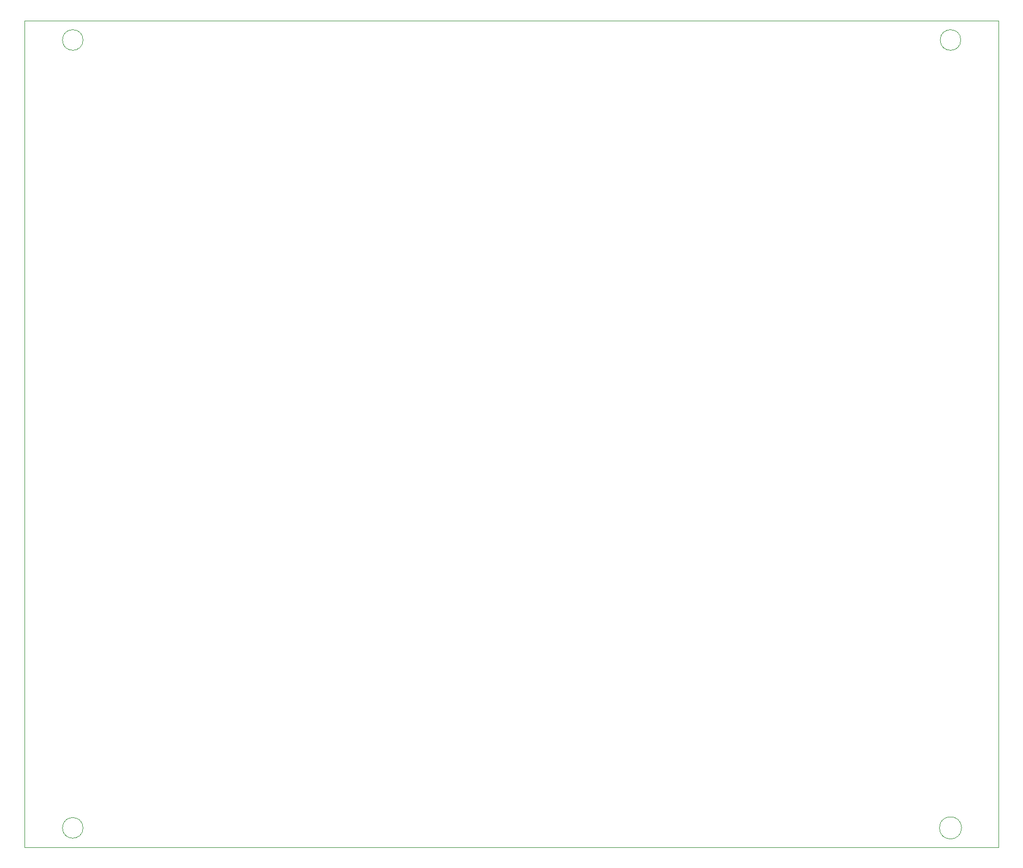
<source format=gbr>
%TF.GenerationSoftware,KiCad,Pcbnew,7.0.2-0*%
%TF.CreationDate,2023-11-14T20:22:57-05:00*%
%TF.ProjectId,A2 Percussion Desktop,41322050-6572-4637-9573-73696f6e2044,rev?*%
%TF.SameCoordinates,Original*%
%TF.FileFunction,Profile,NP*%
%FSLAX46Y46*%
G04 Gerber Fmt 4.6, Leading zero omitted, Abs format (unit mm)*
G04 Created by KiCad (PCBNEW 7.0.2-0) date 2023-11-14 20:22:57*
%MOMM*%
%LPD*%
G01*
G04 APERTURE LIST*
%TA.AperFunction,Profile*%
%ADD10C,0.050000*%
%TD*%
G04 APERTURE END LIST*
D10*
X145722905Y-125500000D02*
G75*
G03*
X145722905Y-125500000I-1722905J0D01*
G01*
X0Y0D02*
X151500000Y0D01*
X151500000Y-128500000D01*
X0Y-128500000D01*
X0Y0D01*
X9100000Y-125500000D02*
G75*
G03*
X9100000Y-125500000I-1600000J0D01*
G01*
X9100000Y-3000000D02*
G75*
G03*
X9100000Y-3000000I-1600000J0D01*
G01*
X145600000Y-3000000D02*
G75*
G03*
X145600000Y-3000000I-1600000J0D01*
G01*
M02*

</source>
